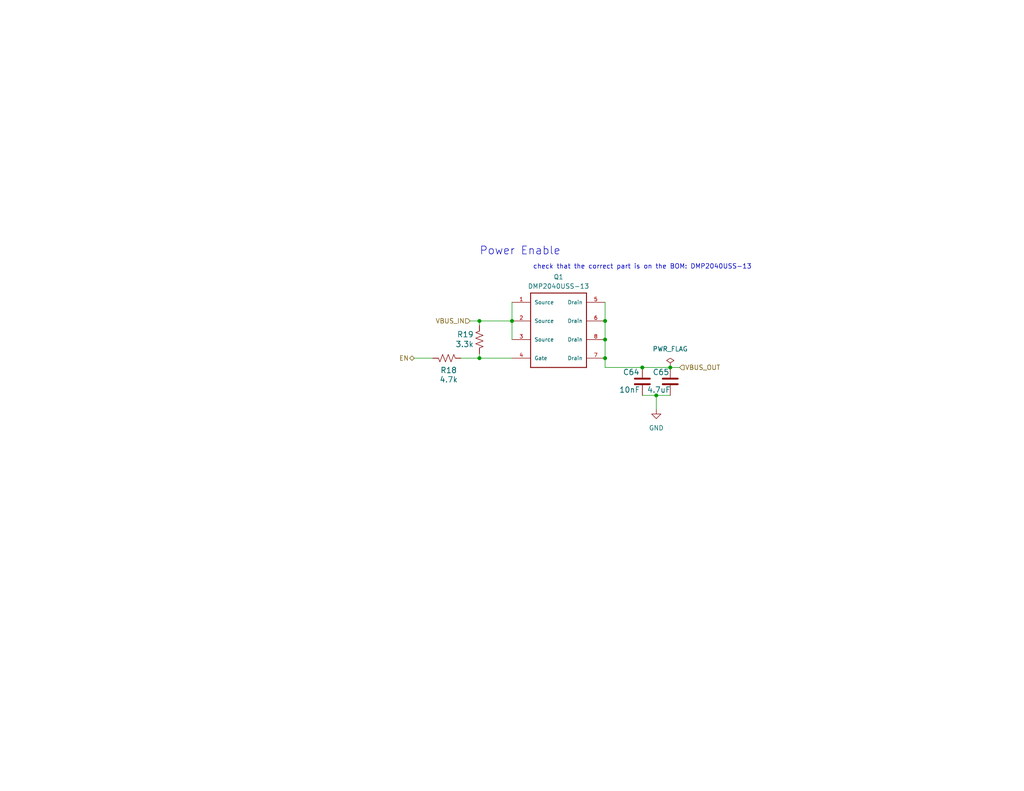
<source format=kicad_sch>
(kicad_sch (version 20250114) (generator "eeschema") (generator_version "9.0")
  (paper "A")
  (title_block (title "ADCS Main Board") (date "2025-04-07") (rev "1.2") (company "Stanford Student Space Initiative") (comment 1 "Sage Wu"))
  (lib_symbols
    (symbol "Device:C" (pin_numbers (hide yes)) (pin_names (offset 0.254))
      (property "Reference" "C" (at 0.635 2.54 0))
      (property "Value" "C" (at 0.635 -2.54 0))
      (symbol "C_0_1"
        (polyline (pts (xy -2.032 0.762) (xy 2.032 0.762)) (stroke (width 0.508)))
        (polyline (pts (xy -2.032 -0.762) (xy 2.032 -0.762)) (stroke (width 0.508)))
      )
      (symbol "C_1_1"
        (pin passive line (at 0 3.81 270) (length 2.794) (name "~") (number "1"))
        (pin passive line (at 0 -3.81 90) (length 2.794) (name "~") (number "2"))
      )
    )
    (symbol "Device:R_US" (pin_numbers (hide yes)) (pin_names (offset 0))
      (property "Reference" "R" (at 2.54 0 90))
      (property "Value" "R_US" (at -2.54 0 90))
      (symbol "R_US_0_1"
        (polyline (pts (xy 0 2.286) (xy 0 2.54)))
        (polyline (pts (xy 0 2.286) (xy 1.016 1.905) (xy 0 1.524) (xy -1.016 1.143) (xy 0 0.762)))
        (polyline (pts (xy 0 0.762) (xy 1.016 0.381) (xy 0 0) (xy -1.016 -0.381) (xy 0 -0.762)))
        (polyline (pts (xy 0 -0.762) (xy 1.016 -1.143) (xy 0 -1.524) (xy -1.016 -1.905) (xy 0 -2.286)))
        (polyline (pts (xy 0 -2.286) (xy 0 -2.54)))
      )
      (symbol "R_US_1_1"
        (pin passive line (at 0 3.81 270) (length 1.27) (name "~") (number "1"))
        (pin passive line (at 0 -3.81 90) (length 1.27) (name "~") (number "2"))
      )
    )
    (symbol "power:GND" (power) (pin_numbers (hide yes)) (pin_names (offset 0) (hide yes))
      (property "Value" "GND" (at 0 -3.81 0))
      (symbol "GND_0_1"
        (polyline (pts (xy 0 0) (xy 0 -1.27) (xy 1.27 -1.27) (xy 0 -2.54) (xy -1.27 -1.27) (xy 0 -1.27)))
      )
      (symbol "GND_1_1"
        (pin power_in line (at 0 0 270) (length 0) (name "~") (number "1"))
      )
    )
    (symbol "power:PWR_FLAG" (power) (pin_numbers (hide yes)) (pin_names (offset 0) (hide yes))
      (property "Value" "PWR_FLAG" (at 0 3.81 0))
      (symbol "PWR_FLAG_0_0"
        (pin power_out line (at 0 0 90) (length 0) (name "~") (number "1"))
      )
      (symbol "PWR_FLAG_0_1"
        (polyline (pts (xy 0 0) (xy 0 1.27) (xy -1.016 1.905) (xy 0 2.54) (xy 1.016 1.905) (xy 0 1.27)))
      )
    )
    (symbol "ssi_transistor:DMP2040USS-13" (pin_names (offset 1.016))
      (property "Reference" "Q" (at -7.62 10.287 0))
      (property "Value" "DMP2040USS-13" (at -7.493 -12.065 0))
      (symbol "DMP2040USS-13_0_0"
        (polyline (pts (xy -7.62 10.16) (xy 7.62 10.16)) (stroke (width 0.254)))
        (polyline (pts (xy -7.62 -10.16) (xy -7.62 10.16)) (stroke (width 0.254)))
        (polyline (pts (xy 7.62 10.16) (xy 7.62 -10.16)) (stroke (width 0.254)))
        (polyline (pts (xy 7.62 -10.16) (xy -7.62 -10.16)) (stroke (width 0.254)))
        (pin passive line (at -12.7 7.62 0) (length 5.08) (name "Source") (number "1"))
        (pin passive line (at -12.7 2.54 0) (length 5.08) (name "Source") (number "2"))
        (pin passive line (at -12.7 -2.54 0) (length 5.08) (name "Source") (number "3"))
        (pin passive line (at -12.7 -7.62 0) (length 5.08) (name "Gate") (number "4"))
        (pin passive line (at 12.7 7.62 180) (length 5.08) (name "Drain") (number "5"))
        (pin passive line (at 12.7 2.54 180) (length 5.08) (name "Drain") (number "6"))
        (pin passive line (at 12.7 -2.54 180) (length 5.08) (name "Drain") (number "8"))
        (pin passive line (at 12.7 -7.62 180) (length 5.08) (name "Drain") (number "7"))
      )
    )
  )
  (text "Power Enable" (at 130.81 69.85 0) (effects (font (size 2.159 2.159)) (justify left bottom)))
  (text "check that the correct part is on the BOM: DMP2040USS-13" (at 175.26 72.898 0) (effects (font (size 1.27 1.27))))
  (junction (at 165.1 92.71))
  (junction (at 130.81 97.79))
  (junction (at 179.07 107.95))
  (junction (at 165.1 87.63))
  (junction (at 139.7 87.63))
  (junction (at 165.1 97.79))
  (junction (at 175.26 100.33))
  (junction (at 182.88 100.33))
  (junction (at 130.81 87.63))
  (wire (pts (xy 130.81 97.79) (xy 139.7 97.79)))
  (wire (pts (xy 130.81 87.63) (xy 139.7 87.63)))
  (wire (pts (xy 165.1 100.33) (xy 165.1 97.79)))
  (wire (pts (xy 185.42 100.33) (xy 182.88 100.33)))
  (wire (pts (xy 165.1 100.33) (xy 175.26 100.33)))
  (wire (pts (xy 125.73 97.79) (xy 130.81 97.79)))
  (wire (pts (xy 175.26 100.33) (xy 182.88 100.33)))
  (wire (pts (xy 165.1 92.71) (xy 165.1 97.79)))
  (wire (pts (xy 165.1 82.55) (xy 165.1 87.63)))
  (wire (pts (xy 175.26 107.95) (xy 179.07 107.95)))
  (wire (pts (xy 113.03 97.79) (xy 118.11 97.79)))
  (wire (pts (xy 130.81 96.52) (xy 130.81 97.79)))
  (wire (pts (xy 130.81 87.63) (xy 130.81 88.9)))
  (wire (pts (xy 179.07 107.95) (xy 182.88 107.95)))
  (wire (pts (xy 165.1 87.63) (xy 165.1 92.71)))
  (wire (pts (xy 179.07 111.76) (xy 179.07 107.95)))
  (wire (pts (xy 139.7 87.63) (xy 139.7 92.71)))
  (wire (pts (xy 128.27 87.63) (xy 130.81 87.63)))
  (wire (pts (xy 139.7 82.55) (xy 139.7 87.63)))
  (hierarchical_label "EN" (shape bidirectional) (at 113.03 97.79 180))
  (hierarchical_label "VBUS_IN" (shape input) (at 128.27 87.63 180))
  (hierarchical_label "VBUS_OUT" (shape input) (at 185.42 100.33 0))
  (symbol (lib_id "Device:R_US") (at 121.92 97.79 270) (mirror x) (unit 1)
    (property "Reference" "R2" (at 122.428 101.092 90) (effects (font (size 1.4986 1.4986))))
    (property "Value" "4.7k" (at 122.428 103.632 90) (effects (font (size 1.4986 1.4986))))
    (property "Footprint" "Resistor_SMD:R_0603_1608Metric" (effects (hide yes)))
    (property "Description" "Resistor, US symbol" (effects (hide yes)))
    (instances (project "mainboard" (path "" (reference "R18") (unit 1)) (path "" (reference "R8") (unit 1)) (path "" (reference "R2") (unit 1)) (path "" (reference "R24") (unit 1)) (path "" (reference "R47") (unit 1))))
  )
  (symbol (lib_id "power:PWR_FLAG") (at 182.88 100.33 0) (unit 1)
    (property "Reference" "#FLG02" (effects (hide yes)))
    (property "Value" "PWR_FLAG" (at 182.88 95.2754 0))
    (property "Description" "Special symbol for telling ERC where power comes from" (effects (hide yes)))
    (instances (project "mainboard" (path "" (reference "#FLG05") (unit 1)) (path "" (reference "#FLG0101") (unit 1)) (path "" (reference "#FLG02") (unit 1)) (path "" (reference "#FLG0102") (unit 1)) (path "" (reference "#FLG0104") (unit 1))))
  )
  (symbol (lib_id "power:GND") (at 179.07 111.76 0) (unit 1)
    (property "Reference" "#PWR04" (effects (hide yes)))
    (property "Value" "GND" (at 179.07 116.84 0))
    (property "Description" "Power symbol creates a global label with name \"GND\" , ground" (effects (hide yes)))
    (instances (project "mainboard" (path "" (reference "#PWR059") (unit 1)) (path "" (reference "#PWR0108") (unit 1)) (path "" (reference "#PWR04") (unit 1)) (path "" (reference "#PWR0110") (unit 1)) (path "" (reference "#PWR0114") (unit 1))))
  )
  (symbol (lib_id "Device:R_US") (at 130.81 92.71 0) (mirror x) (unit 1)
    (property "Reference" "R1" (at 129.286 91.313 0) (effects (font (size 1.4986 1.4986)) (justify right)))
    (property "Value" "3.3k" (at 129.286 93.98 0) (effects (font (size 1.4986 1.4986)) (justify right)))
    (property "Footprint" "Resistor_SMD:R_0603_1608Metric" (effects (hide yes)))
    (property "Description" "Resistor, US symbol" (effects (hide yes)))
    (instances (project "mainboard" (path "" (reference "R19") (unit 1)) (path "" (reference "R9") (unit 1)) (path "" (reference "R1") (unit 1)) (path "" (reference "R25") (unit 1)) (path "" (reference "R48") (unit 1))))
  )
  (symbol (lib_id "ssi_transistor:DMP2040USS-13") (at 152.4 90.17 0) (unit 1)
    (property "Reference" "Q2" (at 152.4 75.6158 0))
    (property "Value" "DMP2040USS-13" (at 152.4 78.1558 0))
    (property "Footprint" "ssi_transistor:DMP2040USS-13" (effects (hide yes)))
    (property "Datasheet" "https://www.infineon.com/dgdl/irf7404pbf.pdf?fileId=5546d462533600a4015355fa31be1ba0" (effects (hide yes)))
    (property "Description" "P-Channel MOSFET" (effects (hide yes)))
    (property "Flight" "DMP2040USS-13" (effects (hide yes)))
    (property "Proto" "DMP2022LSS-13" (effects (hide yes)))
    (instances (project "mainboard" (path "" (reference "Q1") (unit 1)) (path "" (reference "Q4") (unit 1)) (path "" (reference "Q2") (unit 1)) (path "" (reference "Q5") (unit 1)) (path "" (reference "Q6") (unit 1))))
  )
  (symbol (lib_id "Device:C") (at 182.88 104.14 0) (unit 1)
    (property "Reference" "C4" (at 178.054 101.6 0) (effects (font (size 1.4986 1.4986)) (justify left)))
    (property "Value" "4.7uF" (at 176.53 106.426 0) (effects (font (size 1.4986 1.4986)) (justify left)))
    (property "Footprint" "Capacitor_SMD:C_0603_1608Metric" (effects (hide yes)))
    (property "Description" "Unpolarized capacitor" (effects (hide yes)))
    (instances (project "mainboard" (path "" (reference "C65") (unit 1)) (path "" (reference "C56") (unit 1)) (path "" (reference "C4") (unit 1)) (path "" (reference "C58") (unit 1)) (path "" (reference "C62") (unit 1))))
  )
  (symbol (lib_id "Device:C") (at 175.26 104.14 0) (unit 1)
    (property "Reference" "C3" (at 169.926 101.6 0) (effects (font (size 1.4986 1.4986)) (justify left)))
    (property "Value" "10nF" (at 168.91 106.426 0) (effects (font (size 1.4986 1.4986)) (justify left)))
    (property "Footprint" "Capacitor_SMD:C_0603_1608Metric" (effects (hide yes)))
    (property "Description" "Unpolarized capacitor" (effects (hide yes)))
    (instances (project "mainboard" (path "" (reference "C64") (unit 1)) (path "" (reference "C55") (unit 1)) (path "" (reference "C3") (unit 1)) (path "" (reference "C57") (unit 1)) (path "" (reference "C61") (unit 1))))
  )
)
</source>
